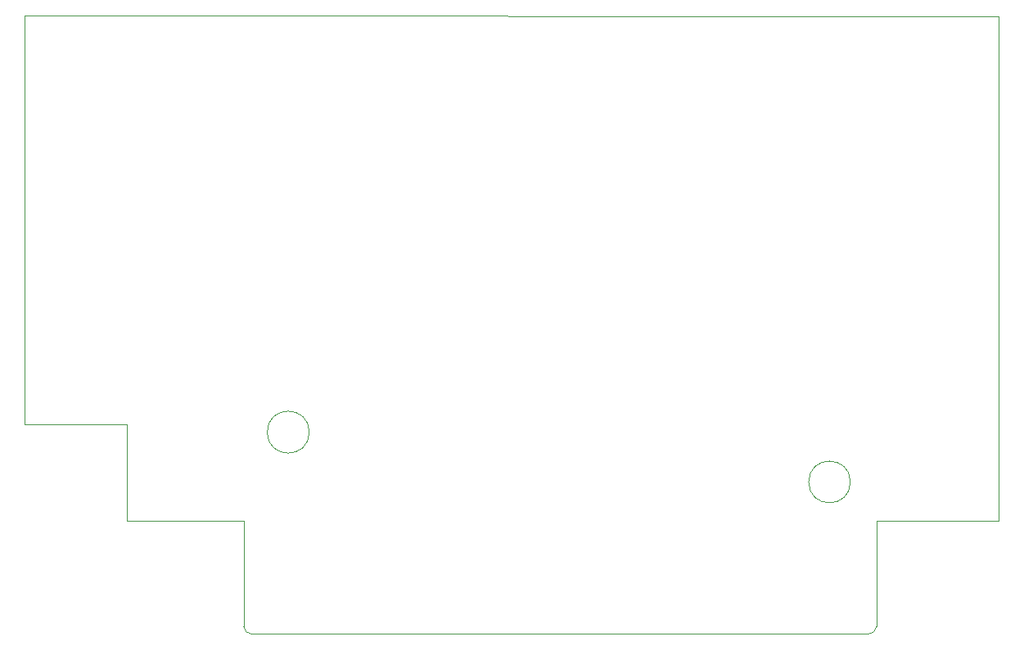
<source format=gbr>
%TF.GenerationSoftware,KiCad,Pcbnew,(7.0.0)*%
%TF.CreationDate,2023-03-31T15:06:47+09:00*%
%TF.ProjectId,project3,70726f6a-6563-4743-932e-6b696361645f,rev?*%
%TF.SameCoordinates,Original*%
%TF.FileFunction,Profile,NP*%
%FSLAX46Y46*%
G04 Gerber Fmt 4.6, Leading zero omitted, Abs format (unit mm)*
G04 Created by KiCad (PCBNEW (7.0.0)) date 2023-03-31 15:06:47*
%MOMM*%
%LPD*%
G01*
G04 APERTURE LIST*
%TA.AperFunction,Profile*%
%ADD10C,0.100000*%
%TD*%
G04 APERTURE END LIST*
D10*
X99938467Y-117532659D02*
X112044712Y-117528410D01*
X112044712Y-117528410D02*
X112053211Y-128472432D01*
X112053221Y-128472432D02*
G75*
G03*
X112853662Y-129270991I804679J6132D01*
G01*
X118834763Y-108362330D02*
G75*
G03*
X118834763Y-108362330I-2176194J0D01*
G01*
X174807073Y-113524043D02*
G75*
G03*
X174807073Y-113524043I-2159645J0D01*
G01*
X112853662Y-129270991D02*
X176716602Y-129259430D01*
X89417795Y-65244025D02*
X89425763Y-107534138D01*
X89425763Y-107534138D02*
X99929968Y-107527764D01*
X177492952Y-128466058D02*
X177484478Y-117547532D01*
X190165461Y-65326093D02*
X89417795Y-65244025D01*
X176716603Y-129259466D02*
G75*
G03*
X177492952Y-128466058I-17203J793366D01*
G01*
X190177038Y-117542751D02*
X190165461Y-65326093D01*
X99929968Y-107527764D02*
X99938467Y-117532659D01*
X177484478Y-117547532D02*
X190177038Y-117542751D01*
M02*

</source>
